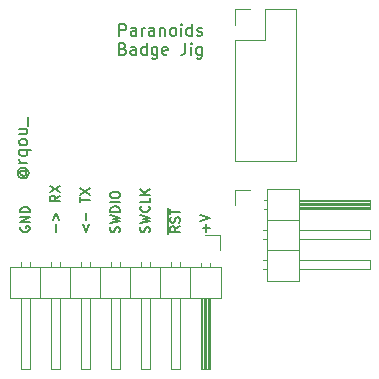
<source format=gbr>
%TF.GenerationSoftware,KiCad,Pcbnew,(6.0.1-0)*%
%TF.CreationDate,2022-05-18T17:32:03-07:00*%
%TF.ProjectId,badge_jig,62616467-655f-46a6-9967-2e6b69636164,rev?*%
%TF.SameCoordinates,Original*%
%TF.FileFunction,Legend,Top*%
%TF.FilePolarity,Positive*%
%FSLAX46Y46*%
G04 Gerber Fmt 4.6, Leading zero omitted, Abs format (unit mm)*
G04 Created by KiCad (PCBNEW (6.0.1-0)) date 2022-05-18 17:32:03*
%MOMM*%
%LPD*%
G01*
G04 APERTURE LIST*
%ADD10C,0.150000*%
%ADD11C,0.120000*%
G04 APERTURE END LIST*
D10*
X128576190Y-115833333D02*
X128528571Y-115880952D01*
X128480952Y-115976190D01*
X128480952Y-116071428D01*
X128528571Y-116166666D01*
X128576190Y-116214285D01*
X128671428Y-116261904D01*
X128766666Y-116261904D01*
X128861904Y-116214285D01*
X128909523Y-116166666D01*
X128957142Y-116071428D01*
X128957142Y-115976190D01*
X128909523Y-115880952D01*
X128861904Y-115833333D01*
X128480952Y-115833333D02*
X128861904Y-115833333D01*
X128909523Y-115785714D01*
X128909523Y-115738095D01*
X128861904Y-115642857D01*
X128766666Y-115595238D01*
X128528571Y-115595238D01*
X128385714Y-115690476D01*
X128290476Y-115833333D01*
X128242857Y-116023809D01*
X128290476Y-116214285D01*
X128385714Y-116357142D01*
X128528571Y-116452380D01*
X128719047Y-116500000D01*
X128909523Y-116452380D01*
X129052380Y-116357142D01*
X129147619Y-116214285D01*
X129195238Y-116023809D01*
X129147619Y-115833333D01*
X129052380Y-115690476D01*
X129052380Y-115166666D02*
X128385714Y-115166666D01*
X128576190Y-115166666D02*
X128480952Y-115119047D01*
X128433333Y-115071428D01*
X128385714Y-114976190D01*
X128385714Y-114880952D01*
X128385714Y-114119047D02*
X129385714Y-114119047D01*
X129004761Y-114119047D02*
X129052380Y-114214285D01*
X129052380Y-114404761D01*
X129004761Y-114500000D01*
X128957142Y-114547619D01*
X128861904Y-114595238D01*
X128576190Y-114595238D01*
X128480952Y-114547619D01*
X128433333Y-114500000D01*
X128385714Y-114404761D01*
X128385714Y-114214285D01*
X128433333Y-114119047D01*
X129052380Y-113500000D02*
X129004761Y-113595238D01*
X128957142Y-113642857D01*
X128861904Y-113690476D01*
X128576190Y-113690476D01*
X128480952Y-113642857D01*
X128433333Y-113595238D01*
X128385714Y-113500000D01*
X128385714Y-113357142D01*
X128433333Y-113261904D01*
X128480952Y-113214285D01*
X128576190Y-113166666D01*
X128861904Y-113166666D01*
X128957142Y-113214285D01*
X129004761Y-113261904D01*
X129052380Y-113357142D01*
X129052380Y-113500000D01*
X128385714Y-112309523D02*
X129052380Y-112309523D01*
X128385714Y-112738095D02*
X128909523Y-112738095D01*
X129004761Y-112690476D01*
X129052380Y-112595238D01*
X129052380Y-112452380D01*
X129004761Y-112357142D01*
X128957142Y-112309523D01*
X129147619Y-112071428D02*
X129147619Y-111309523D01*
X131502142Y-120997023D02*
X131502142Y-120387500D01*
X131273571Y-120006547D02*
X131502142Y-119397023D01*
X131730714Y-120006547D01*
X131806904Y-117949404D02*
X131425952Y-118216071D01*
X131806904Y-118406547D02*
X131006904Y-118406547D01*
X131006904Y-118101785D01*
X131045000Y-118025595D01*
X131083095Y-117987500D01*
X131159285Y-117949404D01*
X131273571Y-117949404D01*
X131349761Y-117987500D01*
X131387857Y-118025595D01*
X131425952Y-118101785D01*
X131425952Y-118406547D01*
X131006904Y-117682738D02*
X131806904Y-117149404D01*
X131006904Y-117149404D02*
X131806904Y-117682738D01*
X136858809Y-104422380D02*
X136858809Y-103422380D01*
X137239761Y-103422380D01*
X137335000Y-103470000D01*
X137382619Y-103517619D01*
X137430238Y-103612857D01*
X137430238Y-103755714D01*
X137382619Y-103850952D01*
X137335000Y-103898571D01*
X137239761Y-103946190D01*
X136858809Y-103946190D01*
X138287380Y-104422380D02*
X138287380Y-103898571D01*
X138239761Y-103803333D01*
X138144523Y-103755714D01*
X137954047Y-103755714D01*
X137858809Y-103803333D01*
X138287380Y-104374761D02*
X138192142Y-104422380D01*
X137954047Y-104422380D01*
X137858809Y-104374761D01*
X137811190Y-104279523D01*
X137811190Y-104184285D01*
X137858809Y-104089047D01*
X137954047Y-104041428D01*
X138192142Y-104041428D01*
X138287380Y-103993809D01*
X138763571Y-104422380D02*
X138763571Y-103755714D01*
X138763571Y-103946190D02*
X138811190Y-103850952D01*
X138858809Y-103803333D01*
X138954047Y-103755714D01*
X139049285Y-103755714D01*
X139811190Y-104422380D02*
X139811190Y-103898571D01*
X139763571Y-103803333D01*
X139668333Y-103755714D01*
X139477857Y-103755714D01*
X139382619Y-103803333D01*
X139811190Y-104374761D02*
X139715952Y-104422380D01*
X139477857Y-104422380D01*
X139382619Y-104374761D01*
X139335000Y-104279523D01*
X139335000Y-104184285D01*
X139382619Y-104089047D01*
X139477857Y-104041428D01*
X139715952Y-104041428D01*
X139811190Y-103993809D01*
X140287380Y-103755714D02*
X140287380Y-104422380D01*
X140287380Y-103850952D02*
X140335000Y-103803333D01*
X140430238Y-103755714D01*
X140573095Y-103755714D01*
X140668333Y-103803333D01*
X140715952Y-103898571D01*
X140715952Y-104422380D01*
X141335000Y-104422380D02*
X141239761Y-104374761D01*
X141192142Y-104327142D01*
X141144523Y-104231904D01*
X141144523Y-103946190D01*
X141192142Y-103850952D01*
X141239761Y-103803333D01*
X141335000Y-103755714D01*
X141477857Y-103755714D01*
X141573095Y-103803333D01*
X141620714Y-103850952D01*
X141668333Y-103946190D01*
X141668333Y-104231904D01*
X141620714Y-104327142D01*
X141573095Y-104374761D01*
X141477857Y-104422380D01*
X141335000Y-104422380D01*
X142096904Y-104422380D02*
X142096904Y-103755714D01*
X142096904Y-103422380D02*
X142049285Y-103470000D01*
X142096904Y-103517619D01*
X142144523Y-103470000D01*
X142096904Y-103422380D01*
X142096904Y-103517619D01*
X143001666Y-104422380D02*
X143001666Y-103422380D01*
X143001666Y-104374761D02*
X142906428Y-104422380D01*
X142715952Y-104422380D01*
X142620714Y-104374761D01*
X142573095Y-104327142D01*
X142525476Y-104231904D01*
X142525476Y-103946190D01*
X142573095Y-103850952D01*
X142620714Y-103803333D01*
X142715952Y-103755714D01*
X142906428Y-103755714D01*
X143001666Y-103803333D01*
X143430238Y-104374761D02*
X143525476Y-104422380D01*
X143715952Y-104422380D01*
X143811190Y-104374761D01*
X143858809Y-104279523D01*
X143858809Y-104231904D01*
X143811190Y-104136666D01*
X143715952Y-104089047D01*
X143573095Y-104089047D01*
X143477857Y-104041428D01*
X143430238Y-103946190D01*
X143430238Y-103898571D01*
X143477857Y-103803333D01*
X143573095Y-103755714D01*
X143715952Y-103755714D01*
X143811190Y-103803333D01*
X137168333Y-105508571D02*
X137311190Y-105556190D01*
X137358809Y-105603809D01*
X137406428Y-105699047D01*
X137406428Y-105841904D01*
X137358809Y-105937142D01*
X137311190Y-105984761D01*
X137215952Y-106032380D01*
X136835000Y-106032380D01*
X136835000Y-105032380D01*
X137168333Y-105032380D01*
X137263571Y-105080000D01*
X137311190Y-105127619D01*
X137358809Y-105222857D01*
X137358809Y-105318095D01*
X137311190Y-105413333D01*
X137263571Y-105460952D01*
X137168333Y-105508571D01*
X136835000Y-105508571D01*
X138263571Y-106032380D02*
X138263571Y-105508571D01*
X138215952Y-105413333D01*
X138120714Y-105365714D01*
X137930238Y-105365714D01*
X137835000Y-105413333D01*
X138263571Y-105984761D02*
X138168333Y-106032380D01*
X137930238Y-106032380D01*
X137835000Y-105984761D01*
X137787380Y-105889523D01*
X137787380Y-105794285D01*
X137835000Y-105699047D01*
X137930238Y-105651428D01*
X138168333Y-105651428D01*
X138263571Y-105603809D01*
X139168333Y-106032380D02*
X139168333Y-105032380D01*
X139168333Y-105984761D02*
X139073095Y-106032380D01*
X138882619Y-106032380D01*
X138787380Y-105984761D01*
X138739761Y-105937142D01*
X138692142Y-105841904D01*
X138692142Y-105556190D01*
X138739761Y-105460952D01*
X138787380Y-105413333D01*
X138882619Y-105365714D01*
X139073095Y-105365714D01*
X139168333Y-105413333D01*
X140073095Y-105365714D02*
X140073095Y-106175238D01*
X140025476Y-106270476D01*
X139977857Y-106318095D01*
X139882619Y-106365714D01*
X139739761Y-106365714D01*
X139644523Y-106318095D01*
X140073095Y-105984761D02*
X139977857Y-106032380D01*
X139787380Y-106032380D01*
X139692142Y-105984761D01*
X139644523Y-105937142D01*
X139596904Y-105841904D01*
X139596904Y-105556190D01*
X139644523Y-105460952D01*
X139692142Y-105413333D01*
X139787380Y-105365714D01*
X139977857Y-105365714D01*
X140073095Y-105413333D01*
X140930238Y-105984761D02*
X140835000Y-106032380D01*
X140644523Y-106032380D01*
X140549285Y-105984761D01*
X140501666Y-105889523D01*
X140501666Y-105508571D01*
X140549285Y-105413333D01*
X140644523Y-105365714D01*
X140835000Y-105365714D01*
X140930238Y-105413333D01*
X140977857Y-105508571D01*
X140977857Y-105603809D01*
X140501666Y-105699047D01*
X142454047Y-105032380D02*
X142454047Y-105746666D01*
X142406428Y-105889523D01*
X142311190Y-105984761D01*
X142168333Y-106032380D01*
X142073095Y-106032380D01*
X142930238Y-106032380D02*
X142930238Y-105365714D01*
X142930238Y-105032380D02*
X142882619Y-105080000D01*
X142930238Y-105127619D01*
X142977857Y-105080000D01*
X142930238Y-105032380D01*
X142930238Y-105127619D01*
X143835000Y-105365714D02*
X143835000Y-106175238D01*
X143787380Y-106270476D01*
X143739761Y-106318095D01*
X143644523Y-106365714D01*
X143501666Y-106365714D01*
X143406428Y-106318095D01*
X143835000Y-105984761D02*
X143739761Y-106032380D01*
X143549285Y-106032380D01*
X143454047Y-105984761D01*
X143406428Y-105937142D01*
X143358809Y-105841904D01*
X143358809Y-105556190D01*
X143406428Y-105460952D01*
X143454047Y-105413333D01*
X143549285Y-105365714D01*
X143739761Y-105365714D01*
X143835000Y-105413333D01*
X136848809Y-121035119D02*
X136886904Y-120920833D01*
X136886904Y-120730357D01*
X136848809Y-120654166D01*
X136810714Y-120616071D01*
X136734523Y-120577976D01*
X136658333Y-120577976D01*
X136582142Y-120616071D01*
X136544047Y-120654166D01*
X136505952Y-120730357D01*
X136467857Y-120882738D01*
X136429761Y-120958928D01*
X136391666Y-120997023D01*
X136315476Y-121035119D01*
X136239285Y-121035119D01*
X136163095Y-120997023D01*
X136125000Y-120958928D01*
X136086904Y-120882738D01*
X136086904Y-120692261D01*
X136125000Y-120577976D01*
X136086904Y-120311309D02*
X136886904Y-120120833D01*
X136315476Y-119968452D01*
X136886904Y-119816071D01*
X136086904Y-119625595D01*
X136886904Y-119320833D02*
X136086904Y-119320833D01*
X136086904Y-119130357D01*
X136125000Y-119016071D01*
X136201190Y-118939880D01*
X136277380Y-118901785D01*
X136429761Y-118863690D01*
X136544047Y-118863690D01*
X136696428Y-118901785D01*
X136772619Y-118939880D01*
X136848809Y-119016071D01*
X136886904Y-119130357D01*
X136886904Y-119320833D01*
X136886904Y-118520833D02*
X136086904Y-118520833D01*
X136086904Y-117987500D02*
X136086904Y-117835119D01*
X136125000Y-117758928D01*
X136201190Y-117682738D01*
X136353571Y-117644642D01*
X136620238Y-117644642D01*
X136772619Y-117682738D01*
X136848809Y-117758928D01*
X136886904Y-117835119D01*
X136886904Y-117987500D01*
X136848809Y-118063690D01*
X136772619Y-118139880D01*
X136620238Y-118177976D01*
X136353571Y-118177976D01*
X136201190Y-118139880D01*
X136125000Y-118063690D01*
X136086904Y-117987500D01*
X140941000Y-121187500D02*
X140941000Y-120387500D01*
X141966904Y-120539880D02*
X141585952Y-120806547D01*
X141966904Y-120997023D02*
X141166904Y-120997023D01*
X141166904Y-120692261D01*
X141205000Y-120616071D01*
X141243095Y-120577976D01*
X141319285Y-120539880D01*
X141433571Y-120539880D01*
X141509761Y-120577976D01*
X141547857Y-120616071D01*
X141585952Y-120692261D01*
X141585952Y-120997023D01*
X140941000Y-120387500D02*
X140941000Y-119625595D01*
X141928809Y-120235119D02*
X141966904Y-120120833D01*
X141966904Y-119930357D01*
X141928809Y-119854166D01*
X141890714Y-119816071D01*
X141814523Y-119777976D01*
X141738333Y-119777976D01*
X141662142Y-119816071D01*
X141624047Y-119854166D01*
X141585952Y-119930357D01*
X141547857Y-120082738D01*
X141509761Y-120158928D01*
X141471666Y-120197023D01*
X141395476Y-120235119D01*
X141319285Y-120235119D01*
X141243095Y-120197023D01*
X141205000Y-120158928D01*
X141166904Y-120082738D01*
X141166904Y-119892261D01*
X141205000Y-119777976D01*
X140941000Y-119625595D02*
X140941000Y-119016071D01*
X141166904Y-119549404D02*
X141166904Y-119092261D01*
X141966904Y-119320833D02*
X141166904Y-119320833D01*
X133813571Y-120387500D02*
X134042142Y-120997023D01*
X134270714Y-120387500D01*
X134042142Y-120006547D02*
X134042142Y-119397023D01*
X133546904Y-118520833D02*
X133546904Y-118063690D01*
X134346904Y-118292261D02*
X133546904Y-118292261D01*
X133546904Y-117873214D02*
X134346904Y-117339880D01*
X133546904Y-117339880D02*
X134346904Y-117873214D01*
X139388809Y-121035119D02*
X139426904Y-120920833D01*
X139426904Y-120730357D01*
X139388809Y-120654166D01*
X139350714Y-120616071D01*
X139274523Y-120577976D01*
X139198333Y-120577976D01*
X139122142Y-120616071D01*
X139084047Y-120654166D01*
X139045952Y-120730357D01*
X139007857Y-120882738D01*
X138969761Y-120958928D01*
X138931666Y-120997023D01*
X138855476Y-121035119D01*
X138779285Y-121035119D01*
X138703095Y-120997023D01*
X138665000Y-120958928D01*
X138626904Y-120882738D01*
X138626904Y-120692261D01*
X138665000Y-120577976D01*
X138626904Y-120311309D02*
X139426904Y-120120833D01*
X138855476Y-119968452D01*
X139426904Y-119816071D01*
X138626904Y-119625595D01*
X139350714Y-118863690D02*
X139388809Y-118901785D01*
X139426904Y-119016071D01*
X139426904Y-119092261D01*
X139388809Y-119206547D01*
X139312619Y-119282738D01*
X139236428Y-119320833D01*
X139084047Y-119358928D01*
X138969761Y-119358928D01*
X138817380Y-119320833D01*
X138741190Y-119282738D01*
X138665000Y-119206547D01*
X138626904Y-119092261D01*
X138626904Y-119016071D01*
X138665000Y-118901785D01*
X138703095Y-118863690D01*
X139426904Y-118139880D02*
X139426904Y-118520833D01*
X138626904Y-118520833D01*
X139426904Y-117873214D02*
X138626904Y-117873214D01*
X139426904Y-117416071D02*
X138969761Y-117758928D01*
X138626904Y-117416071D02*
X139084047Y-117873214D01*
X128505000Y-120577976D02*
X128466904Y-120654166D01*
X128466904Y-120768452D01*
X128505000Y-120882738D01*
X128581190Y-120958928D01*
X128657380Y-120997023D01*
X128809761Y-121035119D01*
X128924047Y-121035119D01*
X129076428Y-120997023D01*
X129152619Y-120958928D01*
X129228809Y-120882738D01*
X129266904Y-120768452D01*
X129266904Y-120692261D01*
X129228809Y-120577976D01*
X129190714Y-120539880D01*
X128924047Y-120539880D01*
X128924047Y-120692261D01*
X129266904Y-120197023D02*
X128466904Y-120197023D01*
X129266904Y-119739880D01*
X128466904Y-119739880D01*
X129266904Y-119358928D02*
X128466904Y-119358928D01*
X128466904Y-119168452D01*
X128505000Y-119054166D01*
X128581190Y-118977976D01*
X128657380Y-118939880D01*
X128809761Y-118901785D01*
X128924047Y-118901785D01*
X129076428Y-118939880D01*
X129152619Y-118977976D01*
X129228809Y-119054166D01*
X129266904Y-119168452D01*
X129266904Y-119358928D01*
X144202142Y-120997023D02*
X144202142Y-120387500D01*
X144506904Y-120692261D02*
X143897380Y-120692261D01*
X143706904Y-120120833D02*
X144506904Y-119854166D01*
X143706904Y-119587500D01*
D11*
%TO.C,J9*%
X152055000Y-120905000D02*
X158055000Y-120905000D01*
X152055000Y-118905000D02*
X158055000Y-118905000D01*
X149395000Y-122555000D02*
X152055000Y-122555000D01*
X158055000Y-121665000D02*
X152055000Y-121665000D01*
X152055000Y-123445000D02*
X158055000Y-123445000D01*
X152055000Y-118425000D02*
X158055000Y-118425000D01*
X152055000Y-117415000D02*
X149395000Y-117415000D01*
X148997929Y-123445000D02*
X149395000Y-123445000D01*
X149065000Y-119125000D02*
X149395000Y-119125000D01*
X152055000Y-118545000D02*
X158055000Y-118545000D01*
X158055000Y-123445000D02*
X158055000Y-124205000D01*
X152055000Y-119025000D02*
X158055000Y-119025000D01*
X148997929Y-121665000D02*
X149395000Y-121665000D01*
X149395000Y-125155000D02*
X152055000Y-125155000D01*
X148997929Y-124205000D02*
X149395000Y-124205000D01*
X158055000Y-119125000D02*
X152055000Y-119125000D01*
X158055000Y-120905000D02*
X158055000Y-121665000D01*
X146685000Y-118745000D02*
X146685000Y-117475000D01*
X158055000Y-124205000D02*
X152055000Y-124205000D01*
X152055000Y-125155000D02*
X152055000Y-117415000D01*
X146685000Y-117475000D02*
X147955000Y-117475000D01*
X149395000Y-120015000D02*
X152055000Y-120015000D01*
X152055000Y-118365000D02*
X158055000Y-118365000D01*
X158055000Y-118365000D02*
X158055000Y-119125000D01*
X152055000Y-118785000D02*
X158055000Y-118785000D01*
X149065000Y-118365000D02*
X149395000Y-118365000D01*
X148997929Y-120905000D02*
X149395000Y-120905000D01*
X149395000Y-117415000D02*
X149395000Y-125155000D01*
X152055000Y-118665000D02*
X158055000Y-118665000D01*
%TO.C,J8*%
X144525000Y-126655000D02*
X144525000Y-132655000D01*
X131065000Y-132655000D02*
X131065000Y-126655000D01*
X136905000Y-123597929D02*
X136905000Y-123995000D01*
X137795000Y-123995000D02*
X137795000Y-126655000D01*
X134365000Y-126655000D02*
X134365000Y-132655000D01*
X139445000Y-126655000D02*
X139445000Y-132655000D01*
X129285000Y-123597929D02*
X129285000Y-123995000D01*
X129285000Y-126655000D02*
X129285000Y-132655000D01*
X141225000Y-132655000D02*
X141225000Y-126655000D01*
X141985000Y-126655000D02*
X141985000Y-132655000D01*
X144345000Y-126655000D02*
X144345000Y-132655000D01*
X144525000Y-123665000D02*
X144525000Y-123995000D01*
X130175000Y-123995000D02*
X130175000Y-126655000D01*
X135255000Y-123995000D02*
X135255000Y-126655000D01*
X136145000Y-132655000D02*
X136145000Y-126655000D01*
X127575000Y-123995000D02*
X127575000Y-126655000D01*
X129285000Y-132655000D02*
X128525000Y-132655000D01*
X131825000Y-132655000D02*
X131065000Y-132655000D01*
X131825000Y-126655000D02*
X131825000Y-132655000D01*
X144525000Y-132655000D02*
X143765000Y-132655000D01*
X141985000Y-123597929D02*
X141985000Y-123995000D01*
X143765000Y-123665000D02*
X143765000Y-123995000D01*
X134365000Y-123597929D02*
X134365000Y-123995000D01*
X143765000Y-132655000D02*
X143765000Y-126655000D01*
X131065000Y-123597929D02*
X131065000Y-123995000D01*
X145475000Y-123995000D02*
X127575000Y-123995000D01*
X145475000Y-126655000D02*
X145475000Y-123995000D01*
X145415000Y-121285000D02*
X145415000Y-122555000D01*
X138685000Y-123597929D02*
X138685000Y-123995000D01*
X133605000Y-123597929D02*
X133605000Y-123995000D01*
X143985000Y-126655000D02*
X143985000Y-132655000D01*
X128525000Y-123597929D02*
X128525000Y-123995000D01*
X141225000Y-123597929D02*
X141225000Y-123995000D01*
X144465000Y-126655000D02*
X144465000Y-132655000D01*
X140335000Y-123995000D02*
X140335000Y-126655000D01*
X128525000Y-132655000D02*
X128525000Y-126655000D01*
X139445000Y-132655000D02*
X138685000Y-132655000D01*
X139445000Y-123597929D02*
X139445000Y-123995000D01*
X138685000Y-132655000D02*
X138685000Y-126655000D01*
X134365000Y-132655000D02*
X133605000Y-132655000D01*
X127575000Y-126655000D02*
X145475000Y-126655000D01*
X136905000Y-126655000D02*
X136905000Y-132655000D01*
X141985000Y-132655000D02*
X141225000Y-132655000D01*
X144105000Y-126655000D02*
X144105000Y-132655000D01*
X143865000Y-126655000D02*
X143865000Y-132655000D01*
X136905000Y-132655000D02*
X136145000Y-132655000D01*
X142875000Y-123995000D02*
X142875000Y-126655000D01*
X144225000Y-126655000D02*
X144225000Y-132655000D01*
X132715000Y-123995000D02*
X132715000Y-126655000D01*
X144145000Y-121285000D02*
X145415000Y-121285000D01*
X136145000Y-123597929D02*
X136145000Y-123995000D01*
X131825000Y-123597929D02*
X131825000Y-123995000D01*
X133605000Y-132655000D02*
X133605000Y-126655000D01*
%TO.C,J10*%
X146625000Y-104775000D02*
X146625000Y-114995000D01*
X146625000Y-103505000D02*
X146625000Y-102175000D01*
X151825000Y-102175000D02*
X151825000Y-114995000D01*
X146625000Y-104775000D02*
X149225000Y-104775000D01*
X146625000Y-114995000D02*
X151825000Y-114995000D01*
X149225000Y-104775000D02*
X149225000Y-102175000D01*
X146625000Y-102175000D02*
X147955000Y-102175000D01*
X149225000Y-102175000D02*
X151825000Y-102175000D01*
%TD*%
M02*

</source>
